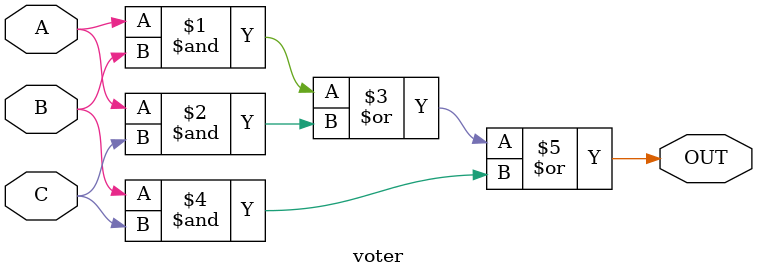
<source format=v>
`timescale 1 ns / 1 ps

module voter #(
    parameter [4:0] N = 1,
    parameter [0:0] ERROR = 0
) (
    input  [N-1:0] A,
    input  [N-1:0] B,
    input  [N-1:0] C,
    output [N-1:0] OUT,
);

    assign OUT = (A & B) | (A & C) | (B & C);

endmodule
</source>
